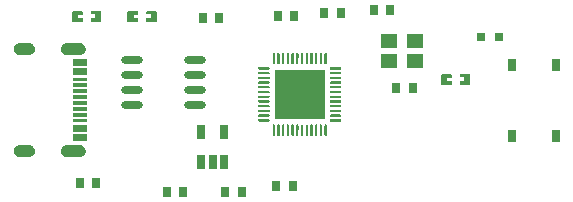
<source format=gtp>
G04 Layer: TopPasteMaskLayer*
G04 EasyEDA v6.5.51, 2026-01-01 11:10:02*
G04 c2e0b91a54b643c29b893d635b68bbd8,b0fcb86846164242a958a805a75853bb,10*
G04 Gerber Generator version 0.2*
G04 Scale: 100 percent, Rotated: No, Reflected: No *
G04 Dimensions in millimeters *
G04 leading zeros omitted , absolute positions ,4 integer and 5 decimal *
%FSLAX45Y45*%
%MOMM*%

%AMMACRO1*21,1,$1,$2,0,0,$3*%
%ADD10R,0.8000X0.9000*%
%ADD11O,1.864995X0.629996*%
%ADD12R,0.8000X0.8000*%
%ADD13R,0.7500X1.0000*%
%ADD14MACRO1,0.6223X1.1049X0.0000*%
%ADD15MACRO1,1.2X1.4X-90.0000*%
%ADD16C,0.0116*%
%ADD17R,1.4000X1.2000*%
%ADD18MACRO1,1.2X1.4X90.0000*%

%LPD*%
G36*
X1715922Y6229908D02*
G01*
X1710893Y6224879D01*
X1710893Y6202121D01*
X1747926Y6202121D01*
X1747926Y6169101D01*
X1710893Y6169101D01*
X1710893Y6144920D01*
X1715922Y6139891D01*
X1795881Y6139891D01*
X1800910Y6144920D01*
X1800910Y6224879D01*
X1795881Y6229908D01*
G37*
G36*
X1556918Y6229908D02*
G01*
X1551889Y6224879D01*
X1551889Y6144920D01*
X1556918Y6139891D01*
X1636877Y6139891D01*
X1641906Y6144920D01*
X1641906Y6167678D01*
X1604873Y6167678D01*
X1604873Y6200698D01*
X1641906Y6200698D01*
X1641906Y6224879D01*
X1636877Y6229908D01*
G37*
G36*
X1246022Y6229908D02*
G01*
X1240993Y6224879D01*
X1240993Y6202121D01*
X1278026Y6202121D01*
X1278026Y6169101D01*
X1240993Y6169101D01*
X1240993Y6144920D01*
X1246022Y6139891D01*
X1325981Y6139891D01*
X1331010Y6144920D01*
X1331010Y6224879D01*
X1325981Y6229908D01*
G37*
G36*
X1087018Y6229908D02*
G01*
X1081989Y6224879D01*
X1081989Y6144920D01*
X1087018Y6139891D01*
X1166977Y6139891D01*
X1172006Y6144920D01*
X1172006Y6167678D01*
X1134973Y6167678D01*
X1134973Y6200698D01*
X1172006Y6200698D01*
X1172006Y6224879D01*
X1166977Y6229908D01*
G37*
G36*
X4211218Y5696508D02*
G01*
X4206189Y5691479D01*
X4206189Y5611520D01*
X4211218Y5606491D01*
X4291177Y5606491D01*
X4296206Y5611520D01*
X4296206Y5634278D01*
X4259224Y5634278D01*
X4259224Y5667298D01*
X4296206Y5667298D01*
X4296206Y5691479D01*
X4291177Y5696508D01*
G37*
G36*
X4370222Y5696508D02*
G01*
X4365193Y5691479D01*
X4365193Y5668721D01*
X4402175Y5668721D01*
X4402175Y5635701D01*
X4365193Y5635701D01*
X4365193Y5611520D01*
X4370222Y5606491D01*
X4450181Y5606491D01*
X4455210Y5611520D01*
X4455210Y5691479D01*
X4450181Y5696508D01*
G37*
G36*
X3273501Y5754370D02*
G01*
X3270910Y5754014D01*
X3269081Y5753354D01*
X3266440Y5751423D01*
X3265576Y5750458D01*
X3264560Y5748782D01*
X3263849Y5746953D01*
X3263595Y5745683D01*
X3263595Y5743041D01*
X3263849Y5741771D01*
X3264560Y5739942D01*
X3265576Y5738266D01*
X3267964Y5736031D01*
X3269081Y5735370D01*
X3272231Y5734456D01*
X3354832Y5734456D01*
X3357372Y5735116D01*
X3360115Y5736844D01*
X3362198Y5739384D01*
X3363010Y5741162D01*
X3363518Y5743702D01*
X3363163Y5746953D01*
X3362502Y5748782D01*
X3361029Y5750966D01*
X3359099Y5752693D01*
X3356711Y5753811D01*
X3355492Y5754166D01*
X3353511Y5754370D01*
G37*
G36*
X3272891Y5514390D02*
G01*
X3270300Y5513882D01*
X3267456Y5512358D01*
X3265576Y5510479D01*
X3264052Y5507634D01*
X3263696Y5506364D01*
X3263493Y5504383D01*
X3263849Y5501843D01*
X3264560Y5499963D01*
X3265982Y5497830D01*
X3267964Y5496102D01*
X3269081Y5495442D01*
X3270910Y5494731D01*
X3272231Y5494477D01*
X3354171Y5494426D01*
X3356711Y5494934D01*
X3359099Y5496102D01*
X3361029Y5497830D01*
X3362198Y5499404D01*
X3363010Y5501182D01*
X3363315Y5502452D01*
X3363518Y5505043D01*
X3363163Y5506974D01*
X3362502Y5508853D01*
X3360572Y5511495D01*
X3358540Y5513070D01*
X3356101Y5514086D01*
X3354832Y5514340D01*
G37*
G36*
X3273501Y5634380D02*
G01*
X3270910Y5634024D01*
X3269081Y5633364D01*
X3266440Y5631434D01*
X3265576Y5630468D01*
X3264560Y5628792D01*
X3263849Y5626963D01*
X3263595Y5625693D01*
X3263595Y5623052D01*
X3263849Y5621782D01*
X3264560Y5619953D01*
X3265576Y5618276D01*
X3267964Y5616041D01*
X3269081Y5615381D01*
X3272231Y5614466D01*
X3354832Y5614466D01*
X3357372Y5615127D01*
X3358540Y5615686D01*
X3360115Y5616854D01*
X3362198Y5619394D01*
X3363010Y5621172D01*
X3363518Y5623712D01*
X3363163Y5626963D01*
X3362502Y5628792D01*
X3361029Y5630976D01*
X3359099Y5632704D01*
X3356711Y5633821D01*
X3355492Y5634177D01*
X3353511Y5634380D01*
G37*
G36*
X3272891Y5394350D02*
G01*
X3270300Y5393842D01*
X3267456Y5392318D01*
X3265576Y5390438D01*
X3264052Y5387594D01*
X3263544Y5385003D01*
X3263595Y5383072D01*
X3263849Y5381802D01*
X3264560Y5379923D01*
X3265982Y5377789D01*
X3267964Y5376062D01*
X3269081Y5375402D01*
X3270910Y5374690D01*
X3272231Y5374436D01*
X3354171Y5374386D01*
X3356711Y5374894D01*
X3359099Y5376062D01*
X3361029Y5377789D01*
X3362198Y5379364D01*
X3363010Y5381142D01*
X3363315Y5382412D01*
X3363518Y5385003D01*
X3363163Y5386933D01*
X3362502Y5388813D01*
X3360572Y5391454D01*
X3358540Y5393029D01*
X3356101Y5394045D01*
X3354832Y5394299D01*
G37*
G36*
X3272891Y5674360D02*
G01*
X3270300Y5673852D01*
X3267456Y5672328D01*
X3265576Y5670448D01*
X3264052Y5667603D01*
X3263544Y5665012D01*
X3263595Y5663082D01*
X3263849Y5661812D01*
X3264560Y5659932D01*
X3265982Y5657799D01*
X3267964Y5656072D01*
X3269081Y5655411D01*
X3270910Y5654700D01*
X3272231Y5654446D01*
X3354171Y5654395D01*
X3356711Y5654903D01*
X3359099Y5656072D01*
X3361029Y5657799D01*
X3362198Y5659374D01*
X3363010Y5661152D01*
X3363315Y5662422D01*
X3363518Y5665012D01*
X3363163Y5666943D01*
X3362502Y5668822D01*
X3360572Y5671464D01*
X3358540Y5673039D01*
X3356101Y5674055D01*
X3354832Y5674309D01*
G37*
G36*
X3272891Y5434380D02*
G01*
X3270300Y5433872D01*
X3267456Y5432348D01*
X3265576Y5430469D01*
X3264052Y5427624D01*
X3263544Y5425033D01*
X3263595Y5423103D01*
X3263849Y5421833D01*
X3264560Y5419953D01*
X3265982Y5417820D01*
X3267964Y5416092D01*
X3269081Y5415432D01*
X3270910Y5414721D01*
X3272231Y5414467D01*
X3354171Y5414416D01*
X3356711Y5414924D01*
X3359099Y5416092D01*
X3361029Y5417820D01*
X3362198Y5419394D01*
X3363010Y5421172D01*
X3363315Y5422442D01*
X3363518Y5425033D01*
X3363163Y5426964D01*
X3362502Y5428843D01*
X3360572Y5431485D01*
X3358540Y5433060D01*
X3356101Y5434076D01*
X3354832Y5434330D01*
G37*
G36*
X3273501Y5554370D02*
G01*
X3270910Y5554014D01*
X3269081Y5553354D01*
X3266440Y5551424D01*
X3265576Y5550458D01*
X3264560Y5548782D01*
X3263849Y5546953D01*
X3263595Y5545683D01*
X3263595Y5543042D01*
X3263849Y5541772D01*
X3264560Y5539943D01*
X3265576Y5538266D01*
X3267964Y5536031D01*
X3269081Y5535371D01*
X3272231Y5534456D01*
X3354832Y5534456D01*
X3357372Y5535117D01*
X3358540Y5535676D01*
X3360115Y5536844D01*
X3362198Y5539384D01*
X3363010Y5541162D01*
X3363518Y5543702D01*
X3363163Y5546953D01*
X3362502Y5548782D01*
X3361029Y5550966D01*
X3359099Y5552694D01*
X3356711Y5553811D01*
X3355492Y5554167D01*
X3353511Y5554370D01*
G37*
G36*
X3273501Y5314391D02*
G01*
X3270910Y5314035D01*
X3269081Y5313375D01*
X3266440Y5311444D01*
X3265576Y5310479D01*
X3264560Y5308803D01*
X3263849Y5306974D01*
X3263595Y5305704D01*
X3263595Y5303062D01*
X3263849Y5301792D01*
X3264560Y5299964D01*
X3265576Y5298287D01*
X3267964Y5296052D01*
X3269081Y5295392D01*
X3272231Y5294477D01*
X3354832Y5294477D01*
X3357372Y5295138D01*
X3358540Y5295696D01*
X3360115Y5296865D01*
X3362198Y5299405D01*
X3363010Y5301183D01*
X3363518Y5303723D01*
X3363163Y5306974D01*
X3362502Y5308803D01*
X3361029Y5310987D01*
X3359099Y5312714D01*
X3356711Y5313832D01*
X3355492Y5314188D01*
X3353511Y5314391D01*
G37*
G36*
X3273501Y5714390D02*
G01*
X3270910Y5714034D01*
X3269081Y5713374D01*
X3266440Y5711444D01*
X3265576Y5710478D01*
X3264560Y5708802D01*
X3263849Y5706973D01*
X3263595Y5705703D01*
X3263595Y5703062D01*
X3263849Y5701792D01*
X3264560Y5699963D01*
X3265576Y5698286D01*
X3267964Y5696051D01*
X3269081Y5695391D01*
X3272231Y5694476D01*
X3354832Y5694476D01*
X3357372Y5695137D01*
X3360115Y5696864D01*
X3362198Y5699404D01*
X3363010Y5701182D01*
X3363518Y5703722D01*
X3363163Y5706973D01*
X3362502Y5708802D01*
X3361029Y5710986D01*
X3359099Y5712714D01*
X3356711Y5713831D01*
X3355492Y5714187D01*
X3353511Y5714390D01*
G37*
G36*
X3272891Y5474360D02*
G01*
X3270300Y5473852D01*
X3267456Y5472328D01*
X3265576Y5470448D01*
X3264052Y5467604D01*
X3263696Y5466334D01*
X3263493Y5464352D01*
X3263849Y5461812D01*
X3264560Y5459933D01*
X3265982Y5457799D01*
X3267964Y5456072D01*
X3269081Y5455412D01*
X3270910Y5454700D01*
X3272231Y5454446D01*
X3354171Y5454396D01*
X3356711Y5454904D01*
X3359099Y5456072D01*
X3361029Y5457799D01*
X3362198Y5459374D01*
X3363010Y5461152D01*
X3363315Y5462422D01*
X3363518Y5465013D01*
X3363163Y5466943D01*
X3362502Y5468823D01*
X3360572Y5471464D01*
X3358540Y5473039D01*
X3356101Y5474055D01*
X3354832Y5474309D01*
G37*
G36*
X3272891Y5594350D02*
G01*
X3270300Y5593842D01*
X3267456Y5592318D01*
X3265576Y5590438D01*
X3264052Y5587593D01*
X3263696Y5586323D01*
X3263493Y5584342D01*
X3263849Y5581802D01*
X3264560Y5579922D01*
X3265982Y5577789D01*
X3267964Y5576062D01*
X3269081Y5575401D01*
X3270910Y5574690D01*
X3272231Y5574436D01*
X3354171Y5574385D01*
X3356711Y5574893D01*
X3359099Y5576062D01*
X3361029Y5577789D01*
X3362198Y5579364D01*
X3363010Y5581142D01*
X3363315Y5582412D01*
X3363518Y5585002D01*
X3363163Y5586933D01*
X3362502Y5588812D01*
X3360572Y5591454D01*
X3358540Y5593029D01*
X3356101Y5594045D01*
X3354832Y5594299D01*
G37*
G36*
X3272891Y5354370D02*
G01*
X3270300Y5353862D01*
X3267456Y5352338D01*
X3265576Y5350459D01*
X3264052Y5347614D01*
X3263544Y5345023D01*
X3263595Y5343093D01*
X3263849Y5341823D01*
X3264560Y5339943D01*
X3265982Y5337810D01*
X3267964Y5336082D01*
X3269081Y5335422D01*
X3270910Y5334711D01*
X3272231Y5334457D01*
X3354171Y5334406D01*
X3356711Y5334914D01*
X3359099Y5336082D01*
X3361029Y5337810D01*
X3362198Y5339384D01*
X3363010Y5341162D01*
X3363315Y5342432D01*
X3363518Y5345023D01*
X3363163Y5346954D01*
X3362502Y5348833D01*
X3360572Y5351475D01*
X3358540Y5353050D01*
X3356101Y5354066D01*
X3354832Y5354320D01*
G37*
G36*
X2799892Y5734507D02*
G01*
X2799892Y5314492D01*
X3219907Y5314492D01*
X3219907Y5734507D01*
G37*
G36*
X3229762Y5878118D02*
G01*
X3227171Y5877763D01*
X3225342Y5877052D01*
X3223666Y5876036D01*
X3222244Y5874715D01*
X3220516Y5871921D01*
X3219958Y5870041D01*
X3219754Y5868111D01*
X3219856Y5786780D01*
X3220110Y5785510D01*
X3220821Y5783681D01*
X3221837Y5782005D01*
X3223158Y5780582D01*
X3224225Y5779770D01*
X3225952Y5778855D01*
X3227832Y5778296D01*
X3231083Y5778195D01*
X3233623Y5778855D01*
X3236366Y5780582D01*
X3238449Y5783122D01*
X3239262Y5784900D01*
X3239770Y5787440D01*
X3239668Y5869432D01*
X3238754Y5872530D01*
X3237280Y5874715D01*
X3235350Y5876442D01*
X3233013Y5877560D01*
X3231743Y5877915D01*
G37*
G36*
X3229762Y5270906D02*
G01*
X3227171Y5270550D01*
X3225342Y5269839D01*
X3223666Y5268823D01*
X3222244Y5267502D01*
X3220516Y5264708D01*
X3219958Y5262829D01*
X3219754Y5260898D01*
X3219856Y5179568D01*
X3220110Y5178298D01*
X3220821Y5176469D01*
X3221837Y5174792D01*
X3223158Y5173370D01*
X3224225Y5172557D01*
X3225952Y5171643D01*
X3227832Y5171084D01*
X3231083Y5170982D01*
X3233623Y5171643D01*
X3236366Y5173370D01*
X3238449Y5175910D01*
X3239262Y5177688D01*
X3239770Y5180228D01*
X3239668Y5262219D01*
X3238754Y5265318D01*
X3237280Y5267502D01*
X3235350Y5269230D01*
X3233013Y5270347D01*
X3231743Y5270703D01*
G37*
G36*
X3189732Y5878118D02*
G01*
X3187141Y5877763D01*
X3185312Y5877052D01*
X3183636Y5876036D01*
X3182213Y5874715D01*
X3180486Y5871921D01*
X3179927Y5870041D01*
X3179724Y5868111D01*
X3179826Y5786780D01*
X3180080Y5785510D01*
X3180791Y5783681D01*
X3181807Y5782005D01*
X3183128Y5780582D01*
X3184194Y5779770D01*
X3185922Y5778855D01*
X3187801Y5778296D01*
X3191052Y5778195D01*
X3193592Y5778855D01*
X3196336Y5780582D01*
X3198418Y5783122D01*
X3199231Y5784900D01*
X3199739Y5787440D01*
X3199638Y5869432D01*
X3198723Y5872530D01*
X3197250Y5874715D01*
X3195320Y5876442D01*
X3192983Y5877560D01*
X3191713Y5877915D01*
G37*
G36*
X3189732Y5270906D02*
G01*
X3187141Y5270550D01*
X3185312Y5269839D01*
X3183636Y5268823D01*
X3182213Y5267502D01*
X3180486Y5264708D01*
X3179927Y5262829D01*
X3179724Y5260898D01*
X3179826Y5179568D01*
X3180080Y5178298D01*
X3180791Y5176469D01*
X3181807Y5174792D01*
X3183128Y5173370D01*
X3184194Y5172557D01*
X3185922Y5171643D01*
X3187801Y5171084D01*
X3191052Y5170982D01*
X3193592Y5171643D01*
X3196336Y5173370D01*
X3198418Y5175910D01*
X3199231Y5177688D01*
X3199739Y5180228D01*
X3199638Y5262219D01*
X3198723Y5265318D01*
X3197250Y5267502D01*
X3195320Y5269230D01*
X3192983Y5270347D01*
X3191713Y5270703D01*
G37*
G36*
X3149752Y5878118D02*
G01*
X3147161Y5877763D01*
X3145332Y5877052D01*
X3143656Y5876036D01*
X3142234Y5874715D01*
X3140506Y5871921D01*
X3139948Y5870041D01*
X3139744Y5868111D01*
X3139846Y5786780D01*
X3140100Y5785510D01*
X3140811Y5783681D01*
X3141827Y5782005D01*
X3143148Y5780582D01*
X3144215Y5779770D01*
X3145942Y5778855D01*
X3147822Y5778296D01*
X3151073Y5778195D01*
X3153613Y5778855D01*
X3156356Y5780582D01*
X3158439Y5783122D01*
X3159252Y5784900D01*
X3159760Y5787440D01*
X3159658Y5869432D01*
X3158744Y5872530D01*
X3157270Y5874715D01*
X3155340Y5876442D01*
X3153003Y5877560D01*
X3151733Y5877915D01*
G37*
G36*
X3149752Y5270906D02*
G01*
X3147161Y5270550D01*
X3145332Y5269839D01*
X3143656Y5268823D01*
X3142234Y5267502D01*
X3140506Y5264708D01*
X3139948Y5262829D01*
X3139744Y5260898D01*
X3139846Y5179568D01*
X3140100Y5178298D01*
X3140811Y5176469D01*
X3141827Y5174792D01*
X3143148Y5173370D01*
X3144215Y5172557D01*
X3145942Y5171643D01*
X3147822Y5171084D01*
X3151073Y5170982D01*
X3153613Y5171643D01*
X3156356Y5173370D01*
X3158439Y5175910D01*
X3159252Y5177688D01*
X3159760Y5180228D01*
X3159658Y5262219D01*
X3158744Y5265318D01*
X3157270Y5267502D01*
X3155340Y5269230D01*
X3153003Y5270347D01*
X3151733Y5270703D01*
G37*
G36*
X3109772Y5270906D02*
G01*
X3107182Y5270550D01*
X3105353Y5269839D01*
X3103676Y5268823D01*
X3102254Y5267502D01*
X3100527Y5264708D01*
X3099968Y5262829D01*
X3099765Y5260898D01*
X3099866Y5179568D01*
X3100120Y5178298D01*
X3100832Y5176469D01*
X3101848Y5174792D01*
X3103168Y5173370D01*
X3104235Y5172557D01*
X3105962Y5171643D01*
X3107842Y5171084D01*
X3111093Y5170982D01*
X3113633Y5171643D01*
X3116376Y5173370D01*
X3118459Y5175910D01*
X3119272Y5177688D01*
X3119780Y5180228D01*
X3119678Y5262219D01*
X3118764Y5265318D01*
X3117291Y5267502D01*
X3115360Y5269230D01*
X3113024Y5270347D01*
X3111754Y5270703D01*
G37*
G36*
X3109722Y5878118D02*
G01*
X3107131Y5877763D01*
X3105302Y5877052D01*
X3103626Y5876036D01*
X3102203Y5874715D01*
X3100476Y5871921D01*
X3099917Y5870041D01*
X3099714Y5868111D01*
X3099816Y5786780D01*
X3100070Y5785510D01*
X3100781Y5783681D01*
X3101797Y5782005D01*
X3103118Y5780582D01*
X3104184Y5779770D01*
X3105912Y5778855D01*
X3107791Y5778296D01*
X3111042Y5778195D01*
X3113582Y5778855D01*
X3116326Y5780582D01*
X3118408Y5783122D01*
X3119221Y5784900D01*
X3119729Y5787440D01*
X3119628Y5869432D01*
X3118713Y5872530D01*
X3117240Y5874715D01*
X3115310Y5876442D01*
X3112973Y5877560D01*
X3111703Y5877915D01*
G37*
G36*
X3069793Y5878118D02*
G01*
X3067812Y5877915D01*
X3064205Y5876442D01*
X3062274Y5874715D01*
X3060801Y5872530D01*
X3059887Y5869432D01*
X3059785Y5787440D01*
X3060293Y5784900D01*
X3061106Y5783122D01*
X3063189Y5780582D01*
X3065932Y5778855D01*
X3068472Y5778195D01*
X3071723Y5778296D01*
X3073603Y5778855D01*
X3075330Y5779770D01*
X3076397Y5780582D01*
X3077718Y5782005D01*
X3078734Y5783681D01*
X3079445Y5785510D01*
X3079699Y5786780D01*
X3079800Y5868111D01*
X3079597Y5870041D01*
X3079038Y5871921D01*
X3077311Y5874715D01*
X3075889Y5876036D01*
X3074212Y5877052D01*
X3072384Y5877763D01*
G37*
G36*
X3069793Y5270906D02*
G01*
X3067812Y5270703D01*
X3064205Y5269230D01*
X3062274Y5267502D01*
X3060801Y5265318D01*
X3059887Y5262219D01*
X3059785Y5180228D01*
X3060293Y5177688D01*
X3061106Y5175910D01*
X3063189Y5173370D01*
X3065932Y5171643D01*
X3068472Y5170982D01*
X3071723Y5171084D01*
X3073603Y5171643D01*
X3075330Y5172557D01*
X3076397Y5173370D01*
X3077718Y5174792D01*
X3078734Y5176469D01*
X3079445Y5178298D01*
X3079699Y5179568D01*
X3079800Y5260898D01*
X3079597Y5262829D01*
X3079038Y5264708D01*
X3077311Y5267502D01*
X3075889Y5268823D01*
X3074212Y5269839D01*
X3072384Y5270550D01*
G37*
G36*
X3029762Y5270906D02*
G01*
X3027172Y5270550D01*
X3025343Y5269839D01*
X3023666Y5268823D01*
X3022244Y5267502D01*
X3020517Y5264708D01*
X3019958Y5262829D01*
X3019755Y5260898D01*
X3019856Y5179568D01*
X3020110Y5178298D01*
X3020822Y5176469D01*
X3021838Y5174792D01*
X3023158Y5173370D01*
X3024225Y5172557D01*
X3025952Y5171643D01*
X3027832Y5171084D01*
X3031083Y5170982D01*
X3033623Y5171643D01*
X3036366Y5173370D01*
X3038449Y5175910D01*
X3039262Y5177688D01*
X3039770Y5180228D01*
X3039668Y5262219D01*
X3038754Y5265318D01*
X3037281Y5267502D01*
X3035350Y5269230D01*
X3033014Y5270347D01*
X3031744Y5270703D01*
G37*
G36*
X3029712Y5878118D02*
G01*
X3027121Y5877763D01*
X3025292Y5877052D01*
X3023616Y5876036D01*
X3022193Y5874715D01*
X3020466Y5871921D01*
X3019907Y5870041D01*
X3019704Y5868111D01*
X3019806Y5786780D01*
X3020060Y5785510D01*
X3020771Y5783681D01*
X3021787Y5782005D01*
X3023108Y5780582D01*
X3024174Y5779770D01*
X3025902Y5778855D01*
X3027781Y5778296D01*
X3031032Y5778195D01*
X3033572Y5778855D01*
X3036316Y5780582D01*
X3038398Y5783122D01*
X3039211Y5784900D01*
X3039719Y5787440D01*
X3039618Y5869432D01*
X3038703Y5872530D01*
X3037230Y5874715D01*
X3035300Y5876442D01*
X3032963Y5877560D01*
X3031693Y5877915D01*
G37*
G36*
X2989783Y5878118D02*
G01*
X2987802Y5877915D01*
X2984195Y5876442D01*
X2982264Y5874715D01*
X2980791Y5872530D01*
X2979877Y5869432D01*
X2979775Y5787440D01*
X2980283Y5784900D01*
X2981096Y5783122D01*
X2983179Y5780582D01*
X2985922Y5778855D01*
X2988462Y5778195D01*
X2991713Y5778296D01*
X2993593Y5778855D01*
X2995320Y5779770D01*
X2996387Y5780582D01*
X2997708Y5782005D01*
X2998724Y5783681D01*
X2999435Y5785510D01*
X2999689Y5786780D01*
X2999790Y5868111D01*
X2999587Y5870041D01*
X2999028Y5871921D01*
X2997301Y5874715D01*
X2995879Y5876036D01*
X2994202Y5877052D01*
X2992374Y5877763D01*
G37*
G36*
X2989783Y5270906D02*
G01*
X2987802Y5270703D01*
X2984195Y5269230D01*
X2982264Y5267502D01*
X2980791Y5265318D01*
X2979877Y5262219D01*
X2979775Y5180228D01*
X2980283Y5177688D01*
X2981096Y5175910D01*
X2983179Y5173370D01*
X2985922Y5171643D01*
X2988462Y5170982D01*
X2991713Y5171084D01*
X2993593Y5171643D01*
X2995320Y5172557D01*
X2996387Y5173370D01*
X2997708Y5174792D01*
X2998724Y5176469D01*
X2999435Y5178298D01*
X2999689Y5179568D01*
X2999790Y5260898D01*
X2999587Y5262829D01*
X2999028Y5264708D01*
X2997301Y5267502D01*
X2995879Y5268823D01*
X2994202Y5269839D01*
X2992374Y5270550D01*
G37*
G36*
X2949752Y5878118D02*
G01*
X2947162Y5877763D01*
X2945333Y5877052D01*
X2943656Y5876036D01*
X2942234Y5874715D01*
X2940507Y5871921D01*
X2939948Y5870041D01*
X2939745Y5868111D01*
X2939846Y5786780D01*
X2940100Y5785510D01*
X2940812Y5783681D01*
X2941828Y5782005D01*
X2943148Y5780582D01*
X2944215Y5779770D01*
X2945942Y5778855D01*
X2947822Y5778296D01*
X2951073Y5778195D01*
X2953613Y5778855D01*
X2956356Y5780582D01*
X2958439Y5783122D01*
X2959252Y5784900D01*
X2959760Y5787440D01*
X2959658Y5869432D01*
X2958744Y5872530D01*
X2957271Y5874715D01*
X2955340Y5876442D01*
X2953004Y5877560D01*
X2951734Y5877915D01*
G37*
G36*
X2949752Y5270906D02*
G01*
X2947162Y5270550D01*
X2945333Y5269839D01*
X2943656Y5268823D01*
X2942234Y5267502D01*
X2940507Y5264708D01*
X2939948Y5262829D01*
X2939745Y5260898D01*
X2939846Y5179568D01*
X2940100Y5178298D01*
X2940812Y5176469D01*
X2941828Y5174792D01*
X2943148Y5173370D01*
X2944215Y5172557D01*
X2945942Y5171643D01*
X2947822Y5171084D01*
X2951073Y5170982D01*
X2953613Y5171643D01*
X2956356Y5173370D01*
X2958439Y5175910D01*
X2959252Y5177688D01*
X2959760Y5180228D01*
X2959658Y5262219D01*
X2958744Y5265318D01*
X2957271Y5267502D01*
X2955340Y5269230D01*
X2953004Y5270347D01*
X2951734Y5270703D01*
G37*
G36*
X2909773Y5878118D02*
G01*
X2907182Y5877763D01*
X2905353Y5877052D01*
X2903677Y5876036D01*
X2902254Y5874715D01*
X2900527Y5871921D01*
X2899968Y5870041D01*
X2899765Y5868111D01*
X2899867Y5786780D01*
X2900121Y5785510D01*
X2900832Y5783681D01*
X2901848Y5782005D01*
X2903169Y5780582D01*
X2904236Y5779770D01*
X2905963Y5778855D01*
X2907842Y5778296D01*
X2911094Y5778195D01*
X2913634Y5778855D01*
X2916377Y5780582D01*
X2918460Y5783122D01*
X2919272Y5784900D01*
X2919780Y5787440D01*
X2919679Y5869432D01*
X2918764Y5872530D01*
X2917291Y5874715D01*
X2915361Y5876442D01*
X2913024Y5877560D01*
X2911754Y5877915D01*
G37*
G36*
X2909773Y5270906D02*
G01*
X2907182Y5270550D01*
X2905353Y5269839D01*
X2903677Y5268823D01*
X2902254Y5267502D01*
X2900527Y5264708D01*
X2899968Y5262829D01*
X2899765Y5260898D01*
X2899867Y5179568D01*
X2900121Y5178298D01*
X2900832Y5176469D01*
X2901848Y5174792D01*
X2903169Y5173370D01*
X2904236Y5172557D01*
X2905963Y5171643D01*
X2907842Y5171084D01*
X2911094Y5170982D01*
X2913634Y5171643D01*
X2916377Y5173370D01*
X2918460Y5175910D01*
X2919272Y5177688D01*
X2919780Y5180228D01*
X2919679Y5262219D01*
X2918764Y5265318D01*
X2917291Y5267502D01*
X2915361Y5269230D01*
X2913024Y5270347D01*
X2911754Y5270703D01*
G37*
G36*
X2869793Y5878118D02*
G01*
X2867812Y5877915D01*
X2864205Y5876442D01*
X2862275Y5874715D01*
X2860802Y5872530D01*
X2859887Y5869432D01*
X2859786Y5787440D01*
X2860294Y5784900D01*
X2861106Y5783122D01*
X2863189Y5780582D01*
X2865932Y5778855D01*
X2868472Y5778195D01*
X2871724Y5778296D01*
X2873603Y5778855D01*
X2875330Y5779770D01*
X2876397Y5780582D01*
X2877718Y5782005D01*
X2878734Y5783681D01*
X2879445Y5785510D01*
X2879699Y5786780D01*
X2879801Y5868111D01*
X2879598Y5870041D01*
X2879039Y5871921D01*
X2877312Y5874715D01*
X2875889Y5876036D01*
X2874213Y5877052D01*
X2872384Y5877763D01*
G37*
G36*
X2869793Y5270906D02*
G01*
X2867812Y5270703D01*
X2864205Y5269230D01*
X2862275Y5267502D01*
X2860802Y5265318D01*
X2859887Y5262219D01*
X2859786Y5180228D01*
X2860294Y5177688D01*
X2861106Y5175910D01*
X2863189Y5173370D01*
X2865932Y5171643D01*
X2868472Y5170982D01*
X2871724Y5171084D01*
X2873603Y5171643D01*
X2875330Y5172557D01*
X2876397Y5173370D01*
X2877718Y5174792D01*
X2878734Y5176469D01*
X2879445Y5178298D01*
X2879699Y5179568D01*
X2879801Y5260898D01*
X2879598Y5262829D01*
X2879039Y5264708D01*
X2877312Y5267502D01*
X2875889Y5268823D01*
X2874213Y5269839D01*
X2872384Y5270550D01*
G37*
G36*
X2829763Y5878118D02*
G01*
X2827172Y5877763D01*
X2825343Y5877052D01*
X2823667Y5876036D01*
X2822244Y5874715D01*
X2820517Y5871921D01*
X2819958Y5870041D01*
X2819755Y5868111D01*
X2819857Y5786780D01*
X2820111Y5785510D01*
X2820822Y5783681D01*
X2821838Y5782005D01*
X2823159Y5780582D01*
X2824226Y5779770D01*
X2825953Y5778855D01*
X2827832Y5778296D01*
X2831084Y5778195D01*
X2833624Y5778855D01*
X2836367Y5780582D01*
X2838450Y5783122D01*
X2839262Y5784900D01*
X2839770Y5787440D01*
X2839669Y5869432D01*
X2838754Y5872530D01*
X2837281Y5874715D01*
X2835351Y5876442D01*
X2833014Y5877560D01*
X2831744Y5877915D01*
G37*
G36*
X2829763Y5270906D02*
G01*
X2827172Y5270550D01*
X2825343Y5269839D01*
X2823667Y5268823D01*
X2822244Y5267502D01*
X2820517Y5264708D01*
X2819958Y5262829D01*
X2819755Y5260898D01*
X2819857Y5179568D01*
X2820111Y5178298D01*
X2820822Y5176469D01*
X2821838Y5174792D01*
X2823159Y5173370D01*
X2824226Y5172557D01*
X2825953Y5171643D01*
X2827832Y5171084D01*
X2831084Y5170982D01*
X2833624Y5171643D01*
X2836367Y5173370D01*
X2838450Y5175910D01*
X2839262Y5177688D01*
X2839770Y5180228D01*
X2839669Y5262219D01*
X2838754Y5265318D01*
X2837281Y5267502D01*
X2835351Y5269230D01*
X2833014Y5270347D01*
X2831744Y5270703D01*
G37*
G36*
X2789783Y5878118D02*
G01*
X2787802Y5877915D01*
X2784195Y5876442D01*
X2782265Y5874715D01*
X2780792Y5872530D01*
X2779877Y5869432D01*
X2779776Y5787440D01*
X2780284Y5784900D01*
X2781096Y5783122D01*
X2783179Y5780582D01*
X2785922Y5778855D01*
X2788462Y5778195D01*
X2791714Y5778296D01*
X2793593Y5778855D01*
X2795320Y5779770D01*
X2796387Y5780582D01*
X2797708Y5782005D01*
X2798724Y5783681D01*
X2799435Y5785510D01*
X2799689Y5786780D01*
X2799791Y5868111D01*
X2799588Y5870041D01*
X2799029Y5871921D01*
X2797302Y5874715D01*
X2795879Y5876036D01*
X2794203Y5877052D01*
X2792374Y5877763D01*
G37*
G36*
X2789783Y5270906D02*
G01*
X2787802Y5270703D01*
X2784195Y5269230D01*
X2782265Y5267502D01*
X2780792Y5265318D01*
X2779877Y5262219D01*
X2779776Y5180228D01*
X2780284Y5177688D01*
X2781096Y5175910D01*
X2783179Y5173370D01*
X2785922Y5171643D01*
X2788462Y5170982D01*
X2791714Y5171084D01*
X2793593Y5171643D01*
X2795320Y5172557D01*
X2796387Y5173370D01*
X2797708Y5174792D01*
X2798724Y5176469D01*
X2799435Y5178298D01*
X2799689Y5179568D01*
X2799791Y5260898D01*
X2799588Y5262829D01*
X2799029Y5264708D01*
X2797302Y5267502D01*
X2795879Y5268823D01*
X2794203Y5269839D01*
X2792374Y5270550D01*
G37*
G36*
X2666288Y5314391D02*
G01*
X2664307Y5314188D01*
X2661869Y5313375D01*
X2660700Y5312714D01*
X2658770Y5310987D01*
X2657297Y5308803D01*
X2656382Y5305704D01*
X2656281Y5303723D01*
X2656789Y5301183D01*
X2657602Y5299405D01*
X2659684Y5296865D01*
X2661259Y5295696D01*
X2663698Y5294731D01*
X2664968Y5294477D01*
X2747568Y5294477D01*
X2750718Y5295392D01*
X2753360Y5297322D01*
X2754223Y5298287D01*
X2755239Y5299964D01*
X2755950Y5301792D01*
X2756204Y5303062D01*
X2756204Y5305704D01*
X2755950Y5306974D01*
X2755239Y5308803D01*
X2754223Y5310479D01*
X2751836Y5312714D01*
X2750718Y5313375D01*
X2747568Y5314289D01*
G37*
G36*
X2666288Y5554370D02*
G01*
X2664307Y5554167D01*
X2661869Y5553354D01*
X2660700Y5552694D01*
X2658770Y5550966D01*
X2657297Y5548782D01*
X2656382Y5545683D01*
X2656281Y5543702D01*
X2656789Y5541162D01*
X2657602Y5539384D01*
X2659684Y5536844D01*
X2661259Y5535676D01*
X2663698Y5534710D01*
X2664968Y5534456D01*
X2747568Y5534456D01*
X2750718Y5535371D01*
X2753360Y5537301D01*
X2754223Y5538266D01*
X2755239Y5539943D01*
X2755950Y5541772D01*
X2756204Y5543042D01*
X2756204Y5545683D01*
X2755950Y5546953D01*
X2755239Y5548782D01*
X2754223Y5550458D01*
X2751836Y5552694D01*
X2750718Y5553354D01*
X2747568Y5554268D01*
G37*
G36*
X2665628Y5434380D02*
G01*
X2663088Y5433872D01*
X2660700Y5432704D01*
X2658770Y5430977D01*
X2657602Y5429402D01*
X2656789Y5427624D01*
X2656484Y5426354D01*
X2656281Y5423763D01*
X2656636Y5421833D01*
X2657297Y5419953D01*
X2659227Y5417312D01*
X2661259Y5415737D01*
X2663698Y5414721D01*
X2664968Y5414467D01*
X2746908Y5414416D01*
X2749499Y5414924D01*
X2752344Y5416448D01*
X2754223Y5418328D01*
X2755747Y5421172D01*
X2756103Y5422442D01*
X2756306Y5424424D01*
X2755950Y5426964D01*
X2755239Y5428843D01*
X2753817Y5430977D01*
X2751836Y5432704D01*
X2750718Y5433364D01*
X2748889Y5434076D01*
X2747568Y5434330D01*
G37*
G36*
X2665628Y5674360D02*
G01*
X2663088Y5673852D01*
X2660700Y5672683D01*
X2658770Y5670956D01*
X2657602Y5669381D01*
X2656789Y5667603D01*
X2656484Y5666333D01*
X2656281Y5663742D01*
X2656636Y5661812D01*
X2657297Y5659932D01*
X2659227Y5657291D01*
X2661259Y5655716D01*
X2663698Y5654700D01*
X2664968Y5654446D01*
X2746908Y5654395D01*
X2749499Y5654903D01*
X2752344Y5656427D01*
X2754223Y5658307D01*
X2755747Y5661152D01*
X2756103Y5662422D01*
X2756306Y5664403D01*
X2755950Y5666943D01*
X2755239Y5668822D01*
X2753817Y5670956D01*
X2751836Y5672683D01*
X2750718Y5673344D01*
X2748889Y5674055D01*
X2747568Y5674309D01*
G37*
G36*
X2665628Y5394350D02*
G01*
X2663088Y5393842D01*
X2660700Y5392674D01*
X2658770Y5390946D01*
X2657602Y5389372D01*
X2656789Y5387594D01*
X2656484Y5386324D01*
X2656281Y5383733D01*
X2656636Y5381802D01*
X2657297Y5379923D01*
X2659227Y5377281D01*
X2661259Y5375706D01*
X2663698Y5374690D01*
X2664968Y5374436D01*
X2746908Y5374386D01*
X2749499Y5374894D01*
X2752344Y5376418D01*
X2754223Y5378297D01*
X2755747Y5381142D01*
X2756103Y5382412D01*
X2756306Y5384393D01*
X2755950Y5386933D01*
X2755239Y5388813D01*
X2753817Y5390946D01*
X2751836Y5392674D01*
X2750718Y5393334D01*
X2748889Y5394045D01*
X2747568Y5394299D01*
G37*
G36*
X2666288Y5634380D02*
G01*
X2664307Y5634177D01*
X2661869Y5633364D01*
X2660700Y5632704D01*
X2658770Y5630976D01*
X2657297Y5628792D01*
X2656382Y5625693D01*
X2656281Y5623712D01*
X2656789Y5621172D01*
X2657602Y5619394D01*
X2659684Y5616854D01*
X2661259Y5615686D01*
X2663698Y5614720D01*
X2664968Y5614466D01*
X2747568Y5614466D01*
X2750718Y5615381D01*
X2753360Y5617311D01*
X2754223Y5618276D01*
X2755239Y5619953D01*
X2755950Y5621782D01*
X2756204Y5623052D01*
X2756204Y5625693D01*
X2755950Y5626963D01*
X2755239Y5628792D01*
X2754223Y5630468D01*
X2751836Y5632704D01*
X2750718Y5633364D01*
X2747568Y5634278D01*
G37*
G36*
X2665628Y5514390D02*
G01*
X2663088Y5513882D01*
X2660700Y5512714D01*
X2658770Y5510987D01*
X2657602Y5509412D01*
X2656789Y5507634D01*
X2656484Y5506364D01*
X2656281Y5503773D01*
X2656636Y5501843D01*
X2657297Y5499963D01*
X2659227Y5497322D01*
X2661259Y5495747D01*
X2663698Y5494731D01*
X2664968Y5494477D01*
X2746908Y5494426D01*
X2749499Y5494934D01*
X2752344Y5496458D01*
X2754223Y5498338D01*
X2755747Y5501182D01*
X2756255Y5503773D01*
X2756204Y5505704D01*
X2755950Y5506974D01*
X2755239Y5508853D01*
X2753817Y5510987D01*
X2751836Y5512714D01*
X2750718Y5513374D01*
X2748889Y5514086D01*
X2747568Y5514340D01*
G37*
G36*
X2666288Y5754370D02*
G01*
X2664307Y5754166D01*
X2661869Y5753354D01*
X2660700Y5752693D01*
X2658770Y5750966D01*
X2657297Y5748782D01*
X2656382Y5745683D01*
X2656281Y5743702D01*
X2656789Y5741162D01*
X2657602Y5739384D01*
X2659684Y5736844D01*
X2662428Y5735116D01*
X2664968Y5734456D01*
X2747568Y5734456D01*
X2750718Y5735370D01*
X2753360Y5737301D01*
X2754223Y5738266D01*
X2755239Y5739942D01*
X2755950Y5741771D01*
X2756204Y5743041D01*
X2756204Y5745683D01*
X2755950Y5746953D01*
X2755239Y5748782D01*
X2754223Y5750458D01*
X2751836Y5752693D01*
X2750718Y5753354D01*
X2747568Y5754268D01*
G37*
G36*
X2665628Y5354370D02*
G01*
X2663088Y5353862D01*
X2660700Y5352694D01*
X2658770Y5350967D01*
X2657602Y5349392D01*
X2656789Y5347614D01*
X2656484Y5346344D01*
X2656281Y5343753D01*
X2656636Y5341823D01*
X2657297Y5339943D01*
X2659227Y5337302D01*
X2661259Y5335727D01*
X2663698Y5334711D01*
X2664968Y5334457D01*
X2746908Y5334406D01*
X2749499Y5334914D01*
X2752344Y5336438D01*
X2754223Y5338318D01*
X2755747Y5341162D01*
X2756103Y5342432D01*
X2756306Y5344414D01*
X2755950Y5346954D01*
X2755239Y5348833D01*
X2753817Y5350967D01*
X2751836Y5352694D01*
X2750718Y5353354D01*
X2748889Y5354066D01*
X2747568Y5354320D01*
G37*
G36*
X2665628Y5594350D02*
G01*
X2663088Y5593842D01*
X2660700Y5592673D01*
X2658770Y5590946D01*
X2657602Y5589371D01*
X2656789Y5587593D01*
X2656484Y5586323D01*
X2656281Y5583732D01*
X2656636Y5581802D01*
X2657297Y5579922D01*
X2659227Y5577281D01*
X2661259Y5575706D01*
X2663698Y5574690D01*
X2664968Y5574436D01*
X2746908Y5574385D01*
X2749499Y5574893D01*
X2752344Y5576417D01*
X2754223Y5578297D01*
X2755747Y5581142D01*
X2756255Y5583732D01*
X2756204Y5585663D01*
X2755950Y5586933D01*
X2755239Y5588812D01*
X2753817Y5590946D01*
X2751836Y5592673D01*
X2750718Y5593334D01*
X2748889Y5594045D01*
X2747568Y5594299D01*
G37*
G36*
X2665628Y5474360D02*
G01*
X2663088Y5473852D01*
X2660700Y5472684D01*
X2658770Y5470956D01*
X2657602Y5469382D01*
X2656789Y5467604D01*
X2656484Y5466334D01*
X2656281Y5463743D01*
X2656636Y5461812D01*
X2657297Y5459933D01*
X2659227Y5457291D01*
X2661259Y5455716D01*
X2663698Y5454700D01*
X2664968Y5454446D01*
X2746908Y5454396D01*
X2749499Y5454904D01*
X2752344Y5456428D01*
X2754223Y5458307D01*
X2755747Y5461152D01*
X2756255Y5463743D01*
X2756204Y5465673D01*
X2755950Y5466943D01*
X2755239Y5468823D01*
X2753817Y5470956D01*
X2751836Y5472684D01*
X2750718Y5473344D01*
X2748889Y5474055D01*
X2747568Y5474309D01*
G37*
G36*
X2666288Y5714390D02*
G01*
X2664307Y5714187D01*
X2661869Y5713374D01*
X2660700Y5712714D01*
X2658770Y5710986D01*
X2657297Y5708802D01*
X2656382Y5705703D01*
X2656281Y5703722D01*
X2656789Y5701182D01*
X2657602Y5699404D01*
X2659684Y5696864D01*
X2662428Y5695137D01*
X2664968Y5694476D01*
X2747568Y5694476D01*
X2750718Y5695391D01*
X2753360Y5697321D01*
X2754223Y5698286D01*
X2755239Y5699963D01*
X2755950Y5701792D01*
X2756204Y5703062D01*
X2756204Y5705703D01*
X2755950Y5706973D01*
X2755239Y5708802D01*
X2754223Y5710478D01*
X2751836Y5712714D01*
X2750718Y5713374D01*
X2747568Y5714288D01*
G37*
G36*
X1093165Y5516778D02*
G01*
X1093165Y5486806D01*
X1208125Y5486806D01*
X1208125Y5516778D01*
G37*
G36*
X1093165Y5566816D02*
G01*
X1093165Y5536793D01*
X1208125Y5536793D01*
X1208125Y5566816D01*
G37*
G36*
X1093165Y5826810D02*
G01*
X1093165Y5766816D01*
X1208125Y5766816D01*
X1208125Y5826810D01*
G37*
G36*
X1093165Y5466791D02*
G01*
X1093165Y5436819D01*
X1208125Y5436819D01*
X1208125Y5466791D01*
G37*
G36*
X1093165Y5616803D02*
G01*
X1093165Y5586780D01*
X1208125Y5586780D01*
X1208125Y5616803D01*
G37*
G36*
X1093165Y5666790D02*
G01*
X1093165Y5636818D01*
X1208125Y5636818D01*
X1208125Y5666790D01*
G37*
G36*
X1093165Y5416804D02*
G01*
X1093165Y5386781D01*
X1208125Y5386781D01*
X1208125Y5416804D01*
G37*
G36*
X1093165Y5366816D02*
G01*
X1093165Y5336794D01*
X1208125Y5336794D01*
X1208125Y5366816D01*
G37*
G36*
X1093165Y5746800D02*
G01*
X1093165Y5686806D01*
X1208125Y5686806D01*
X1208125Y5746800D01*
G37*
G36*
X1093165Y5316778D02*
G01*
X1093165Y5286806D01*
X1208125Y5286806D01*
X1208125Y5316778D01*
G37*
G36*
X1093165Y5266791D02*
G01*
X1093165Y5206796D01*
X1208125Y5206796D01*
X1208125Y5266791D01*
G37*
G36*
X1093165Y5186781D02*
G01*
X1093165Y5126786D01*
X1208125Y5126786D01*
X1208125Y5186781D01*
G37*
G36*
X1038148Y5958789D02*
G01*
X1033170Y5958535D01*
X1028242Y5957824D01*
X1023416Y5956554D01*
X1018692Y5954877D01*
X1014221Y5952693D01*
X1009954Y5950102D01*
X1005992Y5947105D01*
X1002334Y5943701D01*
X999032Y5939993D01*
X996137Y5935929D01*
X993648Y5931611D01*
X991616Y5927090D01*
X989990Y5922314D01*
X988872Y5917488D01*
X988263Y5912510D01*
X988161Y5907532D01*
X988517Y5902604D01*
X989380Y5897676D01*
X990752Y5892850D01*
X992581Y5888228D01*
X994816Y5883808D01*
X997559Y5879592D01*
X1000658Y5875731D01*
X1004112Y5872124D01*
X1007922Y5868924D01*
X1012088Y5866130D01*
X1016457Y5863742D01*
X1021029Y5861812D01*
X1025804Y5860338D01*
X1030681Y5859373D01*
X1035659Y5858865D01*
X1148130Y5858814D01*
X1153109Y5859068D01*
X1158036Y5859780D01*
X1162862Y5860999D01*
X1167587Y5862726D01*
X1172057Y5864860D01*
X1176324Y5867501D01*
X1180287Y5870498D01*
X1183944Y5873902D01*
X1187246Y5877610D01*
X1190142Y5881674D01*
X1192631Y5885992D01*
X1194663Y5890514D01*
X1196289Y5895238D01*
X1197406Y5900115D01*
X1198016Y5905042D01*
X1198118Y5910021D01*
X1197762Y5914999D01*
X1196898Y5919927D01*
X1195527Y5924702D01*
X1193698Y5929376D01*
X1191463Y5933795D01*
X1188720Y5937961D01*
X1185621Y5941872D01*
X1182166Y5945428D01*
X1178356Y5948680D01*
X1174191Y5951474D01*
X1169822Y5953861D01*
X1165250Y5955792D01*
X1160475Y5957265D01*
X1155598Y5958230D01*
X1150620Y5958738D01*
G37*
G36*
X1038148Y5094782D02*
G01*
X1033170Y5094528D01*
X1028242Y5093817D01*
X1023416Y5092547D01*
X1018692Y5090871D01*
X1014221Y5088686D01*
X1009954Y5086096D01*
X1005992Y5083098D01*
X1002334Y5079695D01*
X999032Y5075986D01*
X996137Y5071922D01*
X993648Y5067604D01*
X991616Y5063083D01*
X989990Y5058308D01*
X988872Y5053482D01*
X988263Y5048504D01*
X988161Y5043525D01*
X988517Y5038598D01*
X989380Y5033670D01*
X990752Y5028844D01*
X992581Y5024221D01*
X994816Y5019802D01*
X997559Y5015585D01*
X1000658Y5011724D01*
X1004112Y5008118D01*
X1007922Y5004917D01*
X1012088Y5002123D01*
X1016457Y4999736D01*
X1021029Y4997805D01*
X1025804Y4996332D01*
X1030681Y4995367D01*
X1035659Y4994859D01*
X1148130Y4994808D01*
X1153109Y4995062D01*
X1158036Y4995773D01*
X1162862Y4996992D01*
X1167587Y4998720D01*
X1172057Y5000904D01*
X1176324Y5003495D01*
X1180287Y5006492D01*
X1183944Y5009896D01*
X1187246Y5013604D01*
X1190142Y5017668D01*
X1192631Y5021986D01*
X1194663Y5026507D01*
X1196289Y5031232D01*
X1197406Y5036108D01*
X1198016Y5041036D01*
X1198118Y5046014D01*
X1197762Y5050993D01*
X1196898Y5055920D01*
X1195527Y5060696D01*
X1193698Y5065369D01*
X1191463Y5069789D01*
X1188720Y5073954D01*
X1185621Y5077866D01*
X1182166Y5081422D01*
X1178356Y5084673D01*
X1174191Y5087467D01*
X1169822Y5089855D01*
X1165250Y5091785D01*
X1160475Y5093258D01*
X1155598Y5094224D01*
X1150620Y5094732D01*
G37*
G36*
X638149Y5958789D02*
G01*
X633171Y5958535D01*
X628243Y5957824D01*
X623417Y5956554D01*
X618744Y5954877D01*
X614222Y5952693D01*
X610006Y5950102D01*
X605993Y5947105D01*
X602386Y5943701D01*
X599084Y5939993D01*
X596138Y5935929D01*
X593648Y5931611D01*
X591616Y5927090D01*
X590042Y5922314D01*
X588924Y5917488D01*
X588314Y5912510D01*
X588162Y5907532D01*
X588518Y5902604D01*
X589432Y5897676D01*
X590753Y5892850D01*
X592582Y5888228D01*
X594868Y5883808D01*
X597560Y5879592D01*
X600659Y5875731D01*
X604164Y5872124D01*
X607974Y5868924D01*
X612089Y5866130D01*
X616458Y5863742D01*
X621030Y5861812D01*
X625805Y5860338D01*
X630682Y5859373D01*
X635660Y5858865D01*
X718159Y5858814D01*
X723138Y5859068D01*
X728065Y5859780D01*
X732891Y5860999D01*
X737565Y5862726D01*
X742086Y5864860D01*
X746302Y5867501D01*
X750316Y5870498D01*
X753922Y5873902D01*
X757224Y5877610D01*
X760171Y5881674D01*
X762660Y5885992D01*
X764692Y5890514D01*
X766267Y5895238D01*
X767384Y5900115D01*
X767994Y5905042D01*
X768146Y5910021D01*
X767740Y5914999D01*
X766876Y5919927D01*
X765556Y5924702D01*
X763727Y5929376D01*
X761441Y5933795D01*
X758748Y5937961D01*
X755650Y5941872D01*
X752144Y5945428D01*
X748334Y5948680D01*
X744220Y5951474D01*
X739851Y5953861D01*
X735279Y5955792D01*
X730504Y5957265D01*
X725627Y5958230D01*
X720648Y5958738D01*
G37*
G36*
X638149Y5094782D02*
G01*
X633171Y5094528D01*
X628243Y5093817D01*
X623417Y5092547D01*
X618744Y5090871D01*
X614222Y5088686D01*
X610006Y5086096D01*
X605993Y5083098D01*
X602386Y5079695D01*
X599084Y5075986D01*
X596138Y5071922D01*
X593648Y5067604D01*
X591616Y5063083D01*
X590042Y5058308D01*
X588924Y5053482D01*
X588314Y5048504D01*
X588162Y5043525D01*
X588518Y5038598D01*
X589432Y5033670D01*
X590753Y5028844D01*
X592582Y5024221D01*
X594868Y5019802D01*
X597560Y5015585D01*
X600659Y5011724D01*
X604164Y5008118D01*
X607974Y5004917D01*
X612089Y5002123D01*
X616458Y4999736D01*
X621030Y4997805D01*
X625805Y4996332D01*
X630682Y4995367D01*
X635660Y4994859D01*
X718159Y4994808D01*
X723138Y4995062D01*
X728065Y4995773D01*
X732891Y4996992D01*
X737565Y4998720D01*
X742086Y5000904D01*
X746302Y5003495D01*
X750316Y5006492D01*
X753922Y5009896D01*
X757224Y5013604D01*
X760171Y5017668D01*
X762660Y5021986D01*
X764692Y5026507D01*
X766267Y5031232D01*
X767384Y5036108D01*
X767994Y5041036D01*
X768146Y5046014D01*
X767740Y5050993D01*
X766876Y5055920D01*
X765556Y5060696D01*
X763727Y5065369D01*
X761441Y5069789D01*
X758748Y5073954D01*
X755650Y5077866D01*
X752144Y5081422D01*
X748334Y5084673D01*
X744220Y5087467D01*
X739851Y5089855D01*
X735279Y5091785D01*
X730504Y5093258D01*
X725627Y5094224D01*
X720648Y5094732D01*
G37*
D10*
G01*
X2025802Y4699000D03*
G01*
X1885797Y4699000D03*
G01*
X1149197Y4775200D03*
G01*
X1289202Y4775200D03*
G01*
X3359302Y6210300D03*
G01*
X3219297Y6210300D03*
G01*
X2965602Y6184900D03*
G01*
X2825597Y6184900D03*
G01*
X2521102Y4699000D03*
G01*
X2381097Y4699000D03*
G01*
X3778402Y6235700D03*
G01*
X3638397Y6235700D03*
G01*
X3968902Y5575300D03*
G01*
X3828897Y5575300D03*
G01*
X2812897Y4749800D03*
G01*
X2952902Y4749800D03*
G01*
X2190597Y6172200D03*
G01*
X2330602Y6172200D03*
D11*
G01*
X1585950Y5816600D03*
G01*
X1585950Y5689600D03*
G01*
X1585950Y5562600D03*
G01*
X1585950Y5435600D03*
G01*
X2122449Y5816600D03*
G01*
X2122449Y5689600D03*
G01*
X2122449Y5562600D03*
G01*
X2122449Y5435600D03*
D12*
G01*
X4697704Y6007100D03*
G01*
X4547895Y6007100D03*
D13*
G01*
X4806111Y5173700D03*
G01*
X4806111Y5773699D03*
G01*
X5176088Y5173700D03*
G01*
X5176088Y5773699D03*
D14*
G01*
X2368273Y5210002D03*
G01*
X2178324Y5210002D03*
G01*
X2178321Y4949997D03*
G01*
X2273236Y4949997D03*
G01*
X2368268Y4950000D03*
D15*
G01*
X3983499Y5977788D03*
G01*
X3763500Y5977788D03*
D17*
G01*
X3763492Y5807786D03*
D18*
G01*
X3983499Y5807786D03*
M02*

</source>
